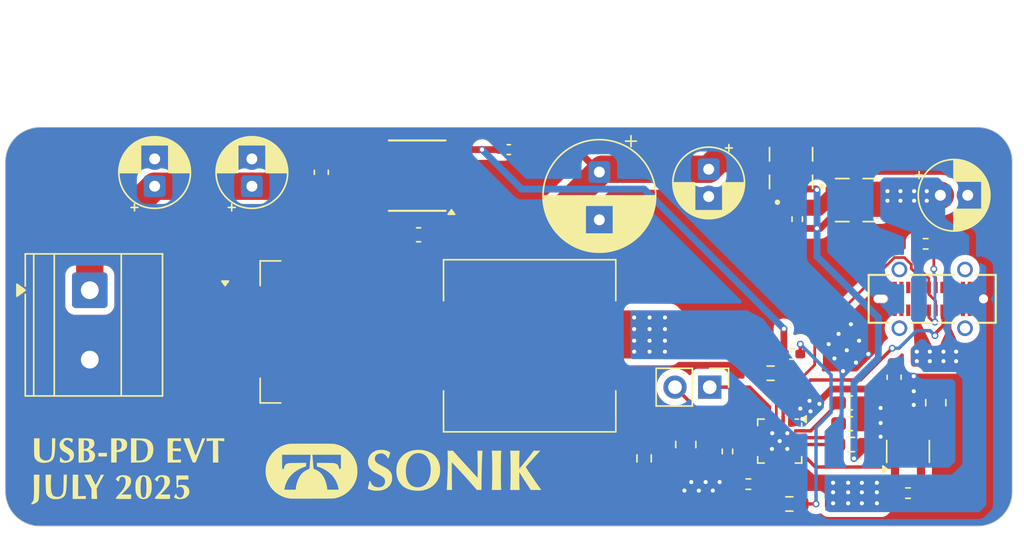
<source format=kicad_pcb>
(kicad_pcb (version 20241229) (generator "pcbnew") (generator_version "9.0")
  (layers (0 "F.Cu" signal) (2 "B.Cu" signal) (13 "F.Paste" user) (15 "B.Paste" user) (5 "F.SilkS" user "F.Silkscreen") (7 "B.SilkS" user "B.Silkscreen") (1 "F.Mask" user) (3 "B.Mask" user) (25 "Edge.Cuts" user))
  (net 0 "")
  (net 1 "GND")
  (net 2 "Net-(J1-Pin_1)")
  (net 3 "Net-(D1-K)")
  (net 4 "Net-(U1-BOOT)")
  (net 5 "Net-(U1-FB)")
  (net 6 "Net-(Q1-S)")
  (net 7 "Net-(U2-VREG_1V2)")
  (net 8 "Net-(U2-VREG_2V7)")
  (net 9 "/VBUS")
  (net 10 "Net-(J2-Pin_1)")
  (net 11 "Net-(J2-Pin_2)")
  (net 12 "/D+")
  (net 13 "/CC1")
  (net 16 "/CC2")
  (net 18 "/D-")
  (net 26 "Net-(Q1-D)")
  (net 27 "Net-(Q1-G)")
  (net 28 "Net-(Q2-Pad1)")
  (net 29 "Net-(Q2-Pad4)")
  (net 30 "Net-(U2-SEL_PDO5)")
  (net 31 "Net-(U2-SEL_PDO4)")
  (net 32 "Net-(U2-SEL_PDO3)")
  (net 33 "Net-(U2-SEL_PDO2)")
  (net 34 "Net-(U2-ADDR0)")
  (net 35 "Net-(U2-VBUS_EN_SRC)")
  (footprint "Connector_PinHeader_2.54mm:PinHeader_1x02_P2.54mm_Vertical" (layer "F.Cu") (at 146.775 71.1 -90)
    (property "Reference" "J2")
    (property "Value" "Conn_01x02_Pin")
    (pad "1" thru_hole rect (at 0 0 270) (size 1.7 1.7) (drill 1) (layers "*.Cu" "*.Mask") (net 10 "Net-(J2-Pin_1)"))
    (pad "2" thru_hole circle (at 0 2.54 270) (size 1.7 1.7) (drill 1) (layers "*.Cu" "*.Mask") (net 11 "Net-(J2-Pin_2)"))
  )
  (footprint "PSU_EVT:8-PowerVDFN" (layer "F.Cu") (at 152.725 55.0625 90)
    (property "Reference" "Q2")
    (property "Value" "STL6P3LLH6")
    (pad "1" smd rect (at -1.525 -0.975 90) (size 0.75 0.4) (layers "F.Cu" "F.Mask" "F.Paste") (net 28 "Net-(Q2-Pad1)"))
    (pad "2" smd rect (at -1.525 -0.325 90) (size 0.75 0.4) (layers "F.Cu" "F.Mask" "F.Paste") (net 28 "Net-(Q2-Pad1)"))
    (pad "3" smd rect (at -1.525 0.325 90) (size 0.75 0.4) (layers "F.Cu" "F.Mask" "F.Paste") (net 28 "Net-(Q2-Pad1)"))
    (pad "4" smd rect (at -1.525 0.975 90) (size 0.75 0.4) (layers "F.Cu" "F.Mask" "F.Paste") (net 29 "Net-(Q2-Pad4)"))
    (pad "5_8" smd custom (at 0.7 0 90) (size 2.4 2.45) (layers "F.Cu") (net 6 "Net-(Q1-S)") (options (clearance outline) (anchor rect)) (primitives (gr_poly (pts (xy -1.2 -1.225) (xy -1.2 1.225) (xy -0.9 1.225) (xy -0.9 1.755) (xy -0.5 1.755) (xy -0.5 1.225) (xy 1.2 1.225) (xy 1.2 -1.225) (xy -0.5 -1.225) (xy -0.5 -1.755) (xy -0.9 -1.755) (xy -0.9 -1.225)) (width 0.01) (fill yes))))
  )
  (footprint "Resistor_SMD:R_0805_2012Metric_Pad1.20x1.40mm_HandSolder" (layer "F.Cu") (at 145.024 75.3 90)
    (property "Reference" "R6")
    (property "Value" "33k")
    (pad "1" smd roundrect (at -1 0 90) (size 1.2 1.4) (layers "F.Cu" "F.Mask" "F.Paste") (roundrect_rratio 0.208333) (net 33 "Net-(U2-SEL_PDO2)"))
    (pad "2" smd roundrect (at 1 0 90) (size 1.2 1.4) (layers "F.Cu" "F.Mask" "F.Paste") (roundrect_rratio 0.208333) (net 1 "GND"))
  )
  (footprint "Package_TO_SOT_SMD:SOT-23-3" (layer "F.Cu") (at 161.28 75.808 90)
    (property "Reference" "Q1")
    (property "Value" "STR2P3LLH6")
    (pad "1" smd roundrect (at -1.1375 -0.95 90) (size 1.325 0.6) (layers "F.Cu" "F.Mask" "F.Paste") (net 27 "Net-(Q1-G)"))
    (pad "2" smd roundrect (at -1.1375 0.95 90) (size 1.325 0.6) (layers "F.Cu" "F.Mask" "F.Paste") (net 6 "Net-(Q1-S)"))
    (pad "3" smd roundrect (at 1.1375 0 90) (size 1.325 0.6) (layers "F.Cu" "F.Mask" "F.Paste") (net 26 "Net-(Q1-D)"))
  )
  (footprint "Resistor_SMD:R_0603_1608Metric_Pad0.98x0.95mm_HandSolder" (layer "F.Cu") (at 152.6 79.65275 180)
    (property "Reference" "R3")
    (property "Value" "4k7")
    (pad "1" smd roundrect (at -0.9125 0 180) (size 0.975 0.95) (layers "F.Cu" "F.Mask" "F.Paste") (net 30 "Net-(U2-SEL_PDO5)"))
    (pad "2" smd roundrect (at 0.9125 0 180) (size 0.975 0.95) (layers "F.Cu" "F.Mask" "F.Paste") (net 31 "Net-(U2-SEL_PDO4)"))
  )
  (footprint "Capacitor_THT:CP_Radial_D5.0mm_P2.00mm" (layer "F.Cu") (at 106.172 56.388 90)
    (property "Reference" "C1")
    (property "Value" "10u")
    (pad "1" thru_hole roundrect (at 0 0 90) (size 1.6 1.6) (drill 0.8) (layers "*.Cu" "*.Mask") (roundrect_rratio 0.15625) (net 2 "Net-(J1-Pin_1)"))
    (pad "2" thru_hole circle (at 2 0 90) (size 1.6 1.6) (drill 0.8) (layers "*.Cu" "*.Mask") (net 1 "GND"))
  )
  (footprint "Capacitor_THT:CP_Radial_D5.0mm_P2.00mm" (layer "F.Cu") (at 146.7 55.144888 -90)
    (property "Reference" "C7")
    (property "Value" "10u")
    (pad "1" thru_hole roundrect (at 0 0 270) (size 1.6 1.6) (drill 0.8) (layers "*.Cu" "*.Mask") (roundrect_rratio 0.15625) (net 6 "Net-(Q1-S)"))
    (pad "2" thru_hole circle (at 2 0 270) (size 1.6 1.6) (drill 0.8) (layers "*.Cu" "*.Mask") (net 1 "GND"))
  )
  (footprint "Capacitor_SMD:C_0603_1608Metric_Pad1.08x0.95mm_HandSolder" (layer "F.Cu") (at 160.264 70.3735 -90)
    (property "Reference" "C8")
    (property "Value" "1u")
    (pad "1" smd roundrect (at -0.8625 0 270) (size 1.075 0.95) (layers "F.Cu" "F.Mask" "F.Paste") (net 1 "GND"))
    (pad "2" smd roundrect (at 0.8625 0 270) (size 1.075 0.95) (layers "F.Cu" "F.Mask" "F.Paste") (net 6 "Net-(Q1-S)"))
  )
  (footprint "Resistor_SMD:R_0805_2012Metric_Pad1.20x1.40mm_HandSolder" (layer "F.Cu") (at 163.312 72.236 90)
    (property "Reference" "R8")
    (property "Value" "820")
    (pad "1" smd roundrect (at -1 0 90) (size 1.2 1.4) (layers "F.Cu" "F.Mask" "F.Paste") (roundrect_rratio 0.208333) (net 26 "Net-(Q1-D)"))
    (pad "2" smd roundrect (at 1 0 90) (size 1.2 1.4) (layers "F.Cu" "F.Mask" "F.Paste") (roundrect_rratio 0.208333) (net 1 "GND"))
  )
  (footprint "Capacitor_THT:CP_Radial_D5.0mm_P2.00mm" (layer "F.Cu") (at 113.284 56.388 90)
    (property "Reference" "C2")
    (property "Value" "10u")
    (pad "1" thru_hole roundrect (at 0 0 90) (size 1.6 1.6) (drill 0.8) (layers "*.Cu" "*.Mask") (roundrect_rratio 0.15625) (net 2 "Net-(J1-Pin_1)"))
    (pad "2" thru_hole circle (at 2 0 90) (size 1.6 1.6) (drill 0.8) (layers "*.Cu" "*.Mask") (net 1 "GND"))
  )
  (footprint "Package_DFN_QFN:QFN-16-1EP_3x3mm_P0.5mm_EP1.7x1.7mm" (layer "F.Cu") (at 151.894 75.05 -90)
    (property "Reference" "U2")
    (property "Value" "STUSB4710")
    (pad "1" smd roundrect (at -1.4625 -0.75 270) (size 0.825 0.25) (layers "F.Cu" "F.Mask" "F.Paste") (net 6 "Net-(Q1-S)"))
    (pad "2" smd roundrect (at -1.4625 -0.25 270) (size 0.825 0.25) (layers "F.Cu" "F.Mask" "F.Paste") (net 13 "/CC1"))
    (pad "3" smd roundrect (at -1.4625 0.25 270) (size 0.825 0.25) (layers "F.Cu" "F.Mask" "F.Paste") (net 16 "/CC2"))
    (pad "4" smd roundrect (at -1.4625 0.75 270) (size 0.825 0.25) (layers "F.Cu" "F.Mask" "F.Paste") (net 10 "Net-(J2-Pin_1)"))
    (pad "5" smd roundrect (at -0.75 1.4625 270) (size 0.25 0.825) (layers "F.Cu" "F.Mask" "F.Paste") (net 11 "Net-(J2-Pin_2)"))
    (pad "6" smd roundrect (at -0.25 1.4625 270) (size 0.25 0.825) (layers "F.Cu" "F.Mask" "F.Paste") (net 1 "GND"))
    (pad "7" smd roundrect (at 0.25 1.4625 270) (size 0.25 0.825) (layers "F.Cu" "F.Mask" "F.Paste") (net 32 "Net-(U2-SEL_PDO3)"))
    (pad "8" smd roundrect (at 0.75 1.4625 270) (size 0.25 0.825) (layers "F.Cu" "F.Mask" "F.Paste") (net 33 "Net-(U2-SEL_PDO2)"))
    (pad "9" smd roundrect (at 1.4625 0.75 270) (size 0.825 0.25) (layers "F.Cu" "F.Mask" "F.Paste") (net 34 "Net-(U2-ADDR0)"))
    (pad "10" smd roundrect (at 1.4625 0.25 270) (size 0.825 0.25) (layers "F.Cu" "F.Mask" "F.Paste") (net 31 "Net-(U2-SEL_PDO4)"))
    (pad "11" smd roundrect (at 1.4625 -0.25 270) (size 0.825 0.25) (layers "F.Cu" "F.Mask" "F.Paste") (net 30 "Net-(U2-SEL_PDO5)"))
    (pad "12" smd roundrect (at 1.4625 -0.75 270) (size 0.825 0.25) (layers "F.Cu" "F.Mask" "F.Paste") (net 9 "/VBUS"))
    (pad "13" smd roundrect (at 0.75 -1.4625 270) (size 0.25 0.825) (layers "F.Cu" "F.Mask" "F.Paste") (net 27 "Net-(Q1-G)"))
    (pad "14" smd roundrect (at 0.25 -1.4625 270) (size 0.25 0.825) (layers "F.Cu" "F.Mask" "F.Paste") (net 35 "Net-(U2-VBUS_EN_SRC)"))
    (pad "15" smd roundrect (at -0.25 -1.4625 270) (size 0.25 0.825) (layers "F.Cu" "F.Mask" "F.Paste") (net 7 "Net-(U2-VREG_1V2)"))
    (pad "16" smd roundrect (at -0.75 -1.4625 270) (size 0.25 0.825) (layers "F.Cu" "F.Mask" "F.Paste") (net 8 "Net-(U2-VREG_2V7)"))
    (pad "17" smd rect (at 0 0 270) (size 1.7 1.7) (property pad_prop_heatsink) (layers "F.Cu" "F.Mask") (net 1 "GND"))
  )
  (footprint "Capacitor_SMD:C_0603_1608Metric_Pad1.08x0.95mm_HandSolder" (layer "F.Cu") (at 157.0625 73.776 180)
    (property "Reference" "C9")
    (property "Value" "1u")
    (pad "1" smd roundrect (at -0.8625 0 180) (size 1.075 0.95) (layers "F.Cu" "F.Mask" "F.Paste") (net 1 "GND"))
    (pad "2" smd roundrect (at 0.8625 0 180) (size 1.075 0.95) (layers "F.Cu" "F.Mask" "F.Paste") (net 7 "Net-(U2-VREG_1V2)"))
  )
  (footprint "PSU_EVT:CONN_12402032E202A_AMP" (layer "F.Cu") (at 163.050001 64.635 180)
    (property "Reference" "J3" (hide yes))
    (property "Value" "USB-C-Port" (hide yes))
    (fp_line (start 3.9868 0.29) (end 3.5468 0.29) (stroke (width 0.05)) (layer "Edge.Cuts"))
    (fp_line (start 3.5468 -0.29) (end 3.9868 -0.29) (stroke (width 0.05)) (layer "Edge.Cuts"))
    (fp_arc (start 3.9868 -0.29) (mid 4.2768 0) (end 3.9868 0.29) (stroke (width 0.05)) (layer "Edge.Cuts"))
    (fp_arc (start 3.5468 0.29) (mid 3.2568 0) (end 3.5468 -0.29) (stroke (width 0.05)) (layer "Edge.Cuts"))
    (pad "" np_thru_hole circle (at -3.75 0 180) (size 0.6604 0.6604) (drill 0.6604) (layers "*.Cu" "*.Mask"))
    (pad "25" thru_hole circle (at -2.4 -2.15 180) (size 1.143 1.143) (drill 0.762) (layers "*.Cu" "*.Mask"))
    (pad "26" thru_hole circle (at 2.4 -2.15 180) (size 1.143 1.143) (drill 0.762) (layers "*.Cu" "*.Mask"))
    (pad "27" thru_hole circle (at -2.4 2.15 180) (size 1.143 1.143) (drill 0.762) (layers "*.Cu" "*.Mask"))
    (pad "28" thru_hole circle (at 2.4 2.15 180) (size 1.143 1.143) (drill 0.762) (layers "*.Cu" "*.Mask"))
    (pad "A1" smd rect (at -2.75 -0.835 180) (size 0.3048 0.8382) (layers "F.Cu" "F.Mask" "F.Paste") (net 1 "GND"))
    (pad "A2" smd rect (at -2.250001 -0.835 180) (size 0.3048 0.8382) (layers "F.Cu" "F.Mask" "F.Paste"))
    (pad "A3" smd rect (at -1.749999 -0.835 180) (size 0.3048 0.8382) (layers "F.Cu" "F.Mask" "F.Paste"))
    (pad "A4" smd rect (at -1.25 -0.835 180) (size 0.3048 0.8382) (layers "F.Cu" "F.Mask" "F.Paste") (net 9 "/VBUS"))
    (pad "A5" smd rect (at -0.750001 -0.835 180) (size 0.3048 0.8382) (layers "F.Cu" "F.Mask" "F.Paste") (net 13 "/CC1"))
    (pad "A6" smd rect (at -0.25 -0.835 180) (size 0.3048 0.8382) (layers "F.Cu" "F.Mask" "F.Paste") (net 12 "/D+"))
    (pad "A7" smd rect (at 0.25 -0.835 180) (size 0.3048 0.8382) (layers "F.Cu" "F.Mask" "F.Paste") (net 18 "/D-"))
    (pad "A8" smd rect (at 0.750001 -0.835 180) (size 0.3048 0.8382) (layers "F.Cu" "F.Mask" "F.Paste"))
    (pad "A9" smd rect (at 1.25 -0.835 180) (size 0.3048 0.8382) (layers "F.Cu" "F.Mask" "F.Paste") (net 9 "/VBUS"))
    (pad "A10" smd rect (at 1.749999 -0.835 180) (size 0.3048 0.8382) (layers "F.Cu" "F.Mask" "F.Paste"))
    (pad "A11" smd rect (at 2.250001 -0.835 180) (size 0.3048 0.8382) (layers "F.Cu" "F.Mask" "F.Paste"))
    (pad "A12" smd rect (at 2.75 -0.835 180) (size 0.3048 0.8382) (layers "F.Cu" "F.Mask" "F.Paste") (net 1 "GND"))
    (pad "B1" smd rect (at 2.75 0.835 180) (size 0.3048 0.8382) (layers "F.Cu" "F.Mask" "F.Paste") (net 1 "GND"))
    (pad "B2" smd rect (at 2.250001 0.835 180) (size 0.3048 0.8382) (layers "F.Cu" "F.Mask" "F.Paste"))
    (pad "B3" smd rect (at 1.749999 0.835 180) (size 0.3048 0.8382) (layers "F.Cu" "F.Mask" "F.Paste"))
    (pad "B4" smd rect (at 1.25 0.835 180) (size 0.3048 0.8382) (layers "F.Cu" "F.Mask" "F.Paste") (net 9 "/VBUS"))
    (pad "B5" smd rect (at 0.750001 0.835 180) (size 0.3048 0.8382) (layers "F.Cu" "F.Mask" "F.Paste") (net 16 "/CC2"))
    (pad "B6" smd rect (at 0.25 0.835 180) (size 0.3048 0.8382) (layers "F.Cu" "F.Mask" "F.Paste") (net 12 "/D+"))
    (pad "B7" smd rect (at -0.25 0.835 180) (size 0.3048 0.8382) (layers "F.Cu" "F.Mask" "F.Paste") (net 18 "/D-"))
    (pad "B8" smd rect (at -0.750001 0.835 180) (size 0.3048 0.8382) (layers "F.Cu" "F.Mask" "F.Paste"))
    (pad "B9" smd rect (at -1.25 0.835 180) (size 0.3048 0.8382) (layers "F.Cu" "F.Mask" "F.Paste") (net 9 "/VBUS"))
    (pad "B10" smd rect (at -1.749999 0.835 180) (size 0.3048 0.8382) (layers "F.Cu" "F.Mask" "F.Paste"))
    (pad "B11" smd rect (at -2.250001 0.835 180) (size 0.3048 0.8382) (layers "F.Cu" "F.Mask" "F.Paste"))
    (pad "B12" smd rect (at -2.75 0.835 180) (size 0.3048 0.8382) (layers "F.Cu" "F.Mask" "F.Paste") (net 1 "GND"))
  )
  (footprint "Package_SO:TI_SO-PowerPAD-8" (layer "F.Cu") (at 125.3815 55.613 180)
    (property "Reference" "U1")
    (property "Value" "ST1S14PHR")
    (pad "1" smd rect (at -2.78 -1.905 180) (size 1.91 0.61) (layers "F.Cu" "F.Mask" "F.Paste") (net 4 "Net-(U1-BOOT)"))
    (pad "2" smd rect (at -2.78 -0.635 180) (size 1.91 0.61) (layers "F.Cu" "F.Mask" "F.Paste"))
    (pad "3" smd rect (at -2.78 0.635 180) (size 1.91 0.61) (layers "F.Cu" "F.Mask" "F.Paste") (net 1 "GND"))
    (pad "4" smd rect (at -2.78 1.905 180) (size 1.91 0.61) (layers "F.Cu" "F.Mask" "F.Paste") (net 5 "Net-(U1-FB)"))
    (pad "5" smd rect (at 2.78 1.905 180) (size 1.91 0.61) (layers "F.Cu" "F.Mask" "F.Paste") (net 2 "Net-(J1-Pin_1)"))
    (pad "6" smd rect (at 2.78 0.635 180) (size 1.91 0.61) (layers "F.Cu" "F.Mask" "F.Paste") (net 1 "GND"))
    (pad "7" smd rect (at 2.78 -0.635 180) (size 1.91 0.61) (layers "F.Cu" "F.Mask" "F.Paste") (net 2 "Net-(J1-Pin_1)"))
    (pad "8" smd rect (at 2.78 -1.905 180) (size 1.91 0.61) (layers "F.Cu" "F.Mask" "F.Paste") (net 3 "Net-(D1-K)"))
    (pad "9" smd rect (at -0.6025 -0.775 180) (size 1.205 1.55) (layers "F.Cu" "F.Mask" "F.Paste") (net 1 "GND"))
    (pad "9" smd rect (at -0.6025 0.775 180) (size 1.205 1.55) (layers "F.Cu" "F.Mask" "F.Paste") (net 1 "GND"))
    (pad "9" smd rect (at 0.6025 -0.775 180) (size 1.205 1.55) (layers "F.Cu" "F.Mask" "F.Paste") (net 1 "GND"))
    (pad "9" smd rect (at 0.6025 0.775 180) (size 1.205 1.55) (layers "F.Cu" "F.Mask" "F.Paste") (net 1 "GND"))
  )
  (footprint "Capacitor_SMD:C_0402_1005Metric_Pad0.74x0.62mm_HandSolder" (layer "F.Cu") (at 132.08 53.708)
    (property "Reference" "C5")
    (property "Value" "100p")
    (pad "1" smd roundrect (at -0.5675 0) (size 0.735 0.62) (layers "F.Cu" "F.Mask" "F.Paste") (net 5 "Net-(U1-FB)"))
    (pad "2" smd roundrect (at 0.5675 0) (size 0.735 0.62) (layers "F.Cu" "F.Mask" "F.Paste") (net 6 "Net-(Q1-S)"))
  )
  (footprint "Resistor_SMD:R_0402_1005Metric_Pad0.72x0.64mm_HandSolder" (layer "F.Cu") (at 153.175 58.8 -90)
    (property "Reference" "R10")
    (property "Value" "10k")
    (pad "1" smd roundrect (at -0.5975 0 270) (size 0.715 0.64) (layers "F.Cu" "F.Mask" "F.Paste") (net 28 "Net-(Q2-Pad1)"))
    (pad "2" smd roundrect (at 0.5975 0 270) (size 0.715 0.64) (layers "F.Cu" "F.Mask" "F.Paste") (net 29 "Net-(Q2-Pad4)"))
  )
  (footprint "Resistor_SMD:R_0402_1005Metric_Pad0.72x0.64mm_HandSolder" (layer "F.Cu") (at 162.5701 60.605299)
    (property "Reference" "R12")
    (property "Value" "100")
    (pad "1" smd roundrect (at -0.5975 0) (size 0.715 0.64) (layers "F.Cu" "F.Mask" "F.Paste") (net 12 "/D+"))
    (pad "2" smd roundrect (at 0.5975 0) (size 0.715 0.64) (layers "F.Cu" "F.Mask" "F.Paste") (net 18 "/D-"))
  )
  (footprint "Capacitor_SMD:C_0603_1608Metric_Pad1.08x0.95mm_HandSolder" (layer "F.Cu") (at 157.0625 72.252 180)
    (property "Reference" "C10")
    (property "Value" "1u")
    (pad "1" smd roundrect (at -0.8625 0 180) (size 1.075 0.95) (layers "F.Cu" "F.Mask" "F.Paste") (net 1 "GND"))
    (pad "2" smd roundrect (at 0.8625 0 180) (size 1.075 0.95) (layers "F.Cu" "F.Mask" "F.Paste") (net 8 "Net-(U2-VREG_2V7)"))
  )
  (footprint "Resistor_SMD:R_0402_1005Metric_Pad0.72x0.64mm_HandSolder" (layer "F.Cu") (at 161.28 78.856 180)
    (property "Reference" "R9")
    (property "Value" "10k")
    (pad "1" smd roundrect (at -0.5975 0 180) (size 0.715 0.64) (layers "F.Cu" "F.Mask" "F.Paste") (net 6 "Net-(Q1-S)"))
    (pad "2" smd roundrect (at 0.5975 0 180) (size 0.715 0.64) (layers "F.Cu" "F.Mask" "F.Paste") (net 27 "Net-(Q1-G)"))
  )
  (footprint "Resistor_SMD:R_0603_1608Metric_Pad0.98x0.95mm_HandSolder" (layer "F.Cu") (at 141.976 76.316 90)
    (property "Reference" "R4")
    (property "Value" "4k87")
    (pad "1" smd roundrect (at -0.9125 0 90) (size 0.975 0.95) (layers "F.Cu" "F.Mask" "F.Paste") (net 31 "Net-(U2-SEL_PDO4)"))
    (pad "2" smd roundrect (at 0.9125 0 90) (size 0.975 0.95) (layers "F.Cu" "F.Mask" "F.Paste") (net 32 "Net-(U2-SEL_PDO3)"))
  )
  (footprint "Resistor_SMD:R_0402_1005Metric_Pad0.72x0.64mm_HandSolder" (layer "F.Cu") (at 152.8 68.675)
    (property "Reference" "R2")
    (property "Value" "13k")
    (pad "1" smd roundrect (at -0.5975 0) (size 0.715 0.64) (layers "F.Cu" "F.Mask" "F.Paste") (net 5 "Net-(U1-FB)"))
    (pad "2" smd roundrect (at 0.5975 0) (size 0.715 0.64) (layers "F.Cu" "F.Mask" "F.Paste") (net 30 "Net-(U2-SEL_PDO5)"))
  )
  (footprint "Inductor_SMD:L_12x12mm_H6mm" (layer "F.Cu") (at 133.604 68.072)
    (property "Reference" "L1")
    (property "Value" "68uH")
    (pad "1" smd rect (at -4.95 0) (size 2.9 5.4) (layers "F.Cu" "F.Mask" "F.Paste") (net 3 "Net-(D1-K)"))
    (pad "2" smd rect (at 4.95 0) (size 2.9 5.4) (layers "F.Cu" "F.Mask" "F.Paste") (net 6 "Net-(Q1-S)"))
  )
  (footprint "Capacitor_THT:CP_Radial_D5.0mm_P2.00mm" (layer "F.Cu") (at 163.646988 57.049299)
    (property "Reference" "C11")
    (property "Value" "10u")
    (pad "1" thru_hole roundrect (at 0 0) (size 1.6 1.6) (drill 0.8) (layers "*.Cu" "*.Mask") (roundrect_rratio 0.15625) (net 9 "/VBUS"))
    (pad "2" thru_hole circle (at 2 0) (size 1.6 1.6) (drill 0.8) (layers "*.Cu" "*.Mask") (net 1 "GND"))
  )
  (footprint "LOGO" (layer "F.Cu") (at 111.855776 77.257916)
    (property "Reference" "G***")
    (property "Value" "LOGO" (hide yes))
  )
  (footprint "TerminalBlock_Phoenix:TerminalBlock_Phoenix_MKDS-1,5-2-5.08_1x02_P5.08mm_Horizontal" (layer "F.Cu") (at 101.4275 64.003 -90)
    (property "Reference" "J1")
    (property "Value" "Screw_Terminal_01x02")
    (pad "1" thru_hole roundrect (at 0 0 270) (size 2.6 2.6) (drill 1.3) (layers "*.Cu" "*.Mask") (roundrect_rratio 0.096154) (net 2 "Net-(J1-Pin_1)"))
    (pad "2" thru_hole circle (at 5.08 0 270) (size 2.6 2.6) (drill 1.3) (layers "*.Cu" "*.Mask") (net 1 "GND"))
  )
  (footprint "Capacitor_THT:CP_Radial_D8.0mm_P3.50mm" (layer "F.Cu") (at 138.7 55.347349 -90)
    (property "Reference" "C6")
    (property "Value" "220uF")
    (pad "1" thru_hole roundrect (at 0 0 270) (size 1.6 1.6) (drill 0.8) (layers "*.Cu" "*.Mask") (roundrect_rratio 0.15625) (net 6 "Net-(Q1-S)"))
    (pad "2" thru_hole circle (at 3.5 0 270) (size 1.6 1.6) (drill 0.8) (layers "*.Cu" "*.Mask") (net 1 "GND"))
  )
  (footprint "Capacitor_SMD:C_0603_1608Metric_Pad1.08x0.95mm_HandSolder" (layer "F.Cu") (at 118.364 55.372 -90)
    (property "Reference" "C3")
    (property "Value" "220n")
    (pad "1" smd roundrect (at -0.8625 0 270) (size 1.075 0.95) (layers "F.Cu" "F.Mask" "F.Paste") (net 2 "Net-(J1-Pin_1)"))
    (pad "2" smd roundrect (at 0.8625 0 270) (size 1.075 0.95) (layers "F.Cu" "F.Mask" "F.Paste") (net 1 "GND"))
  )
  (footprint "Resistor_SMD:R_0402_1005Metric_Pad0.72x0.64mm_HandSolder" (layer "F.Cu") (at 148.072 75.808 -90)
    (property "Reference" "R5")
    (property "Value" "8k66")
    (pad "1" smd roundrect (at -0.5975 0 270) (size 0.715 0.64) (layers "F.Cu" "F.Mask" "F.Paste") (net 32 "Net-(U2-SEL_PDO3)"))
    (pad "2" smd roundrect (at 0.5975 0 270) (size 0.715 0.64) (layers "F.Cu" "F.Mask" "F.Paste") (net 33 "Net-(U2-SEL_PDO2)"))
  )
  (footprint "Resistor_SMD:R_0603_1608Metric_Pad0.98x0.95mm_HandSolder" (layer "F.Cu") (at 151.228 70.079)
    (property "Reference" "R1")
    (property "Value" "200k")
    (pad "1" smd roundrect (at -0.9125 0) (size 0.975 0.95) (layers "F.Cu" "F.Mask" "F.Paste") (net 6 "Net-(Q1-S)"))
    (pad "2" smd roundrect (at 0.9125 0) (size 0.975 0.95) (layers "F.Cu" "F.Mask" "F.Paste") (net 5 "Net-(U1-FB)"))
  )
  (footprint "LOGO" (layer "F.Cu") (at 124.375 77.25)
    (property "Reference" "G***")
    (property "Value" "LOGO" (hide yes))
  )
  (footprint "PSU_EVT:8-PowerVDFN" (layer "F.Cu") (at 157.48 57.404)
    (property "Reference" "Q3")
    (property "Value" "STL6P3LLH6")
    (pad "1" smd rect (at -1.525 -0.975) (size 0.75 0.4) (layers "F.Cu" "F.Mask" "F.Paste") (net 28 "Net-(Q2-Pad1)"))
    (pad "2" smd rect (at -1.525 -0.325) (size 0.75 0.4) (layers "F.Cu" "F.Mask" "F.Paste") (net 28 "Net-(Q2-Pad1)"))
    (pad "3" smd rect (at -1.525 0.325) (size 0.75 0.4) (layers "F.Cu" "F.Mask" "F.Paste") (net 28 "Net-(Q2-Pad1)"))
    (pad "4" smd rect (at -1.525 0.975) (size 0.75 0.4) (layers "F.Cu" "F.Mask" "F.Paste") (net 29 "Net-(Q2-Pad4)"))
    (pad "5_8" smd custom (at 0.7 0) (size 2.4 2.45) (layers "F.Cu") (net 9 "/VBUS") (options (clearance outline) (anchor rect)) (primitives (gr_poly (pts (xy -1.2 -1.225) (xy -1.2 1.225) (xy -0.9 1.225) (xy -0.9 1.755) (xy -0.5 1.755) (xy -0.5 1.225) (xy 1.2 1.225) (xy 1.2 -1.225) (xy -0.5 -1.225) (xy -0.5 -1.755) (xy -0.9 -1.755) (xy -0.9 -1.225)) (width 0.01) (fill yes))))
  )
  (footprint "Package_TO_SOT_SMD:TO-263-2_TabPin1" (layer "F.Cu") (at 118.715 67.056)
    (property "Reference" "D1")
    (property "Value" "STPS5L25B")
    (pad "1" smd roundrect (at -7.65 -2.54) (size 4.6 1.1) (layers "F.Cu" "F.Mask" "F.Paste") (net 3 "Net-(D1-K)"))
    (pad "1" smd roundrect (at 1.5 0) (size 9.4 10.8) (layers "F.Cu" "F.Mask") (roundrect_rratio 0.02659574468) (net 3 "Net-(D1-K)"))
    (pad "2" smd roundrect (at -7.65 2.54) (size 4.6 1.1) (layers "F.Cu" "F.Mask" "F.Paste") (net 1 "GND"))
  )
  (footprint "Capacitor_SMD:C_0603_1608Metric_Pad1.08x0.95mm_HandSolder" (layer "F.Cu") (at 125.476 59.944)
    (property "Reference" "C4")
    (property "Value" "100n")
    (pad "1" smd roundrect (at -0.8625 0) (size 1.075 0.95) (layers "F.Cu" "F.Mask" "F.Paste") (net 3 "Net-(D1-K)"))
    (pad "2" smd roundrect (at 0.8625 0) (size 1.075 0.95) (layers "F.Cu" "F.Mask" "F.Paste") (net 4 "Net-(U1-BOOT)"))
  )
  (footprint "Resistor_SMD:R_0402_1005Metric_Pad0.72x0.64mm_HandSolder" (layer "F.Cu") (at 149.6 78.2 180)
    (property "Reference" "R7")
    (property "Value" "100k")
    (pad "1" smd roundrect (at -0.5975 0 180) (size 0.715 0.64) (layers "F.Cu" "F.Mask" "F.Paste") (net 34 "Net-(U2-ADDR0)"))
    (pad "2" smd roundrect (at 0.5975 0 180) (size 0.715 0.64) (layers "F.Cu" "F.Mask" "F.Paste") (net 1 "GND"))
  )
  (footprint "Resistor_SMD:R_0603_1608Metric_Pad0.98x0.95mm_HandSolder" (layer "F.Cu") (at 157.1125 75.3 180)
    (property "Reference" "R11")
    (property "Value" "2k2")
    (pad "1" smd roundrect (at -0.9125 0 180) (size 0.975 0.95) (layers "F.Cu" "F.Mask" "F.Paste") (net 29 "Net-(Q2-Pad4)"))
    (pad "2" smd roundrect (at 0.9125 0 180) (size 0.975 0.95) (layers "F.Cu" "F.Mask" "F.Paste") (net 35 "Net-(U2-VBUS_EN_SRC)"))
  )
  (gr_arc (start 95.25 54.61) (mid 95.993949 52.813949) (end 97.79 52.07) (stroke (width 0.05)) (layer "Edge.Cuts"))
  (gr_line (start 97.79 52.07) (end 166.37 52.07) (stroke (width 0.05)) (layer "Edge.Cuts"))
  (gr_arc (start 168.91 78.74) (mid 168.166051 80.536051) (end 166.37 81.28) (stroke (width 0.05)) (layer "Edge.Cuts"))
  (gr_arc (start 166.37 52.07) (mid 168.166051 52.813949) (end 168.91 54.61) (stroke (width 0.05)) (layer "Edge.Cuts"))
  (gr_arc (start 97.79 81.28) (mid 95.993949 80.536051) (end 95.25 78.74) (stroke (width 0.05)) (layer "Edge.Cuts"))
  (gr_line (start 168.91 54.61) (end 168.91 78.74) (stroke (width 0.05)) (layer "Edge.Cuts"))
  (gr_line (start 166.37 81.28) (end 97.79 81.28) (stroke (width 0.05)) (layer "Edge.Cuts"))
  (gr_line (start 95.25 78.74) (end 95.25 54.61) (stroke (width 0.05)) (layer "Edge.Cuts"))
  (segment (start 151.644 74.8) (end 151.894 75.05) (width 0.25) (layer "F.Cu") (net 1))
  (segment (start 150.4315 74.8) (end 151.644 74.8) (width 0.25) (layer "F.Cu") (net 1))
  (segment (start 165.800001 63.8) (end 165.800001 65.47) (width 0.25) (layer "F.Cu") (net 1))
  (segment (start 160.300001 63.8) (end 160.300001 65.47) (width 0.25) (layer "F.Cu") (net 1))
  (segment (start 149.575 74.8) (end 149 74.225) (width 0.25) (layer "F.Cu") (net 1))
  (segment (start 150.4315 74.8) (end 149.575 74.8) (width 0.25) (layer "F.Cu") (net 1))
  (via (at 145.975 78.675) (size 0.5) (drill 0.3) (layers "F.Cu" "B.Cu") (net 1))
  (via (at 157.7 67.7) (size 0.5) (drill 0.3) (layers "F.Cu" "B.Cu") (net 1))
  (via (at 144.925 78.675) (size 0.5) (drill 0.3) (layers "F.Cu" "B.Cu") (net 1))
  (via (at 155.9 69) (size 0.5) (drill 0.3) (layers "F.Cu" "B.Cu") (net 1))
  (via (at 159.275 73.725) (size 0.5) (drill 0.3) (layers "F.Cu" "B.Cu") (net 1))
  (via (at 156.525 69.925) (size 0.5) (drill 0.3) (layers "F.Cu" "B.Cu") (net 1))
  (via (at 161.7 71.4) (size 0.5) (drill 0.3) (layers "F.Cu" "B.Cu") (net 1))
  (via (at 157.1 66.5) (size 0.5) (drill 0.3) (layers "F.Cu" "B.Cu") (net 1))
  (via (at 151.894 75.05) (size 0.5) (drill 0.3) (layers "F.Cu" "B.Cu") (net 1))
  (via (at 147.5 78.05) (size 0.5) (drill 0.3) (layers "F.Cu" "B.Cu") (net 1))
  (via (at 155.475 67.95) (size 0.5) (drill 0.3) (layers "F.Cu" "B.Cu") (net 1))
  (via (at 157.475 69.3) (size 0.5) (drill 0.3) (layers "F.Cu" "B.Cu") (net 1))
  (via (at 151.35 74.475) (size 0.5) (drill 0.3) (layers "F.Cu" "B.Cu") (net 1))
  (via (at 151.325 75.625) (size 0.5) (drill 0.3) (layers "F.Cu" "B.Cu") (net 1))
  (via (at 156.2 67.2) (size 0.5) (drill 0.3) (layers "F.Cu" "B.Cu") (net 1))
  (via (at 152.45 75.625) (size 0.5) (drill 0.3) (layers "F.Cu" "B.Cu") (net 1))
  (via (at 159.275 74.725) (size 0.5) (drill 0.3) (layers "F.Cu" "B.Cu") (net 1))
  (via (at 159.275 72.625) (size 0.5) (drill 0.3) (layers "F.Cu" "B.Cu") (net 1))
  (via (at 145.425 78.05) (size 0.5) (drill 0.3) (layers "F.Cu" "B.Cu") (net 1))
  (via (at 156.8 68.4) (size 0.5) (drill 0.3) (layers "F.Cu" "B.Cu") (net 1))
  (via (at 146.475 78.05) (size 0.5) (drill 0.3) (layers "F.Cu" "B.Cu") (net 1))
  (via (at 147 78.675) (size 0.5) (drill 0.3) (layers "F.Cu" "B.Cu") (net 1))
  (via (at 161.7 70.3) (size 0.5) (drill 0.3) (layers "F.Cu" "B.Cu") (net 1))
  (via (at 152.45 74.475) (size 0.5) (drill 0.3) (layers "F.Cu" "B.Cu") (net 1))
  (via (at 161.7 72.4) (size 0.5) (drill 0.3) (layers "F.Cu" "B.Cu") (net 1))
  (via (at 158.375 68.675) (size 0.5) (drill 0.3) (layers "F.Cu" "B.Cu") (net 1))
  (segment (start 122.6015 56.248) (end 121.9515 56.248) (width 0.5) (layer "F.Cu") (net 2))
  (segment (start 115.632074 56.388) (end 117.524074 54.496) (width 2) (layer "F.Cu") (net 2))
  (segment (start 101.4275 64.003) (end 101.4275 61.1325) (width 2) (layer "F.Cu") (net 2))
  (segment (start 120.1995 54.496) (end 117.524074 54.496) (width 0.5) (layer "F.Cu") (net 2))
  (segment (start 106.172 56.388) (end 113.284 56.388) (width 2) (layer "F.Cu") (net 2))
  (segment (start 101.4275 61.1325) (end 106.172 56.388) (width 2) (layer "F.Cu") (net 2))
  (segment (start 121.9515 56.248) (end 120.1995 54.496) (width 0.5) (layer "F.Cu") (net 2))
  (segment (start 113.284 56.388) (end 115.632074 56.388) (width 2) (layer "F.Cu") (net 2))
  (segment (start 122.6015 57.518) (end 122.6015 57.932) (width 0.5) (layer "F.Cu") (net 3))
  (segment (start 117.675 64.516) (end 120.215 67.056) (width 2) (layer "F.Cu") (net 3))
  (segment (start 111.065 64.516) (end 117.675 64.516) (width 2) (layer "F.Cu") (net 3))
  (segment (start 122.6015 57.932) (end 124.6135 59.944) (width 0.5) (layer "F.Cu") (net 3))
  (segment (start 128.1615 57.518) (end 128.1615 58.121) (width 0.5) (layer "F.Cu") (net 4))
  (segment (start 128.1615 58.121) (end 126.3385 59.944) (width 0.5) (layer "F.Cu") (net 4))
  (segment (start 152.2 66.825) (end 152.2 68.6725) (width 0.5) (layer "F.Cu") (net 5))
  (segment (start 152.23 69.9895) (end 152.1405 70.079) (width 0.25) (layer "F.Cu") (net 5))
  (segment (start 152.2025 70.017) (end 152.1405 70.079) (width 0.5) (layer "F.Cu") (net 5))
  (segment (start 152.2 68.6725) (end 152.2025 68.675) (width 0.5) (layer "F.Cu") (net 5))
  (segment (start 130.125 53.708) (end 131.5125 53.708) (width 0.5) (layer "F.Cu") (net 5))
  (segment (start 152.2025 68.675) (end 152.2025 70.017) (width 0.5) (layer "F.Cu") (net 5))
  (segment (start 128.1615 53.708) (end 130.125 53.708) (width 0.5) (layer "F.Cu") (net 5))
  (via (at 130.125 53.708) (size 0.5) (drill 0.3) (layers "F.Cu" "B.Cu") (net 5))
  (via (at 152.2 66.825) (size 0.5) (drill 0.3) (layers "F.Cu" "B.Cu") (net 5))
  (segment (start 133.015349 56.598349) (end 130.125 53.708) (width 0.5) (layer "B.Cu") (net 5))
  (segment (start 152.2 66.825) (end 141.973349 56.598349) (width 0.5) (layer "B.Cu") (net 5))
  (segment (start 141.973349 56.598349) (end 133.015349 56.598349) (width 0.5) (layer "B.Cu") (net 5))
  (segment (start 147.482388 54.3625) (end 152.725 54.3625) (width 2) (layer "F.Cu") (net 6))
  (segment (start 138.903461 55.143888) (end 146.7 55.143888) (width 2) (layer "F.Cu") (net 6))
  (segment (start 138.554 68.072) (end 136 65.518) (width 2) (layer "F.Cu") (net 6))
  (segment (start 132.6475 53.708) (end 137.060651 53.708) (width 0.5) (layer "F.Cu") (net 6))
  (segment (start 160.264 74.994322) (end 162.215178 76.9455) (width 0.25) (layer "F.Cu") (net 6))
  (segment (start 150.3155 70.079) (end 148.7365 68.5) (width 0.5) (layer "F.Cu") (net 6))
  (segment (start 146.7 55.144888) (end 147.482388 54.3625) (width 2) (layer "F.Cu") (net 6))
  (segment (start 148.7365 68.5) (end 143.5 68.5) (width 0.5) (layer "F.Cu") (net 6))
  (segment (start 160.264 71.236) (end 160.264 74.994322) (width 0.25) (layer "F.Cu") (net 6))
  (segment (start 162.215178 76.9455) (end 162.23 76.9455) (width 0.25) (layer "F.Cu") (net 6))
  (segment (start 162.23 76.9455) (end 162.23 78.5035) (width 0.25) (layer "F.Cu") (net 6))
  (segment (start 154.8 72.325) (end 154.8 72.134234) (width 0.5) (layer "F.Cu") (net 6))
  (segment (start 136 58.047349) (end 138.7 55.347349) (width 2) (layer "F.Cu") (net 6))
  (segment (start 154.8 72.134234) (end 155.698234 71.236) (width 0.5) (layer "F.Cu") (net 6))
  (segment (start 137.060651 53.708) (end 138.7 55.347349) (width 0.5) (layer "F.Cu") (net 6))
  (segment (start 162.23 78.5035) (end 161.8775 78.856) (width 0.25) (layer "F.Cu") (net 6))
  (segment (start 155.698234 71.236) (end 160.264 71.236) (width 0.5) (layer "F.Cu") (net 6))
  (segment (start 136 65.518) (end 136 58.047349) (width 2) (layer "F.Cu") (net 6))
  (segment (start 138.7 55.347349) (end 138.903461 55.143888) (width 2) (layer "F.Cu") (net 6))
  (via (at 142.375 67.7) (size 0.5) (drill 0.3) (layers "F.Cu" "B.Cu") (net 6))
  (via (at 141.25 66.85) (size 0.5) (drill 0.3) (layers "F.Cu" "B.Cu") (net 6))
  (via (at 153.4 72.675) (size 0.5) (drill 0.3) (layers "F.Cu" "B.Cu") (net 6))
  (via (at 154.075 72.1) (size 0.5) (drill 0.3) (layers "F.Cu" "B.Cu") (net 6))
  (via (at 143.5 66.85) (size 0.5) (drill 0.3) (layers "F.Cu" "B.Cu") (net 6))
  (via (at 142.375 66.85) (size 0.5) (drill 0.3) (layers "F.Cu" "B.Cu") (net 6))
  (via (at 153.55 73.425) (size 0.5) (drill 0.3) (layers "F.Cu" "B.Cu") (net 6))
  (via (at 143.5 66) (size 0.5) (drill 0.3) (layers "F.Cu" "B.Cu") (net 6))
  (via (at 142.375 68.5) (size 0.5) (drill 0.3) (layers "F.Cu" "B.Cu") (net 6))
  (via (at 154.8 72.325) (size 0.5) (drill 0.3) (layers "F.Cu" "B.Cu") (net 6))
  (via (at 142.375 66) (size 0.5) (drill 0.3) (layers "F.Cu" "B.Cu") (net 6))
  (via (at 141.25 66) (size 0.5) (drill 0.3) (layers "F.Cu" "B.Cu") (net 6))
  (via (at 141.25 67.7) (size 0.5) (drill 0.3) (layers "F.Cu" "B.Cu") (net 6))
  (via (at 143.5 68.5) (size 0.5) (drill 0.3) (layers "F.Cu" "B.Cu") (net 6))
  (via (at 143.5 67.7) (size 0.5) (drill 0.3) (layers "F.Cu" "B.Cu") (net 6))
  (via (at 154.15 72.875) (size 0.5) (drill 0.3) (layers "F.Cu" "B.Cu") (net 6))
  (via (at 141.25 68.5) (size 0.5) (drill 0.3) (layers "F.Cu" "B.Cu") (net 6))
  (segment (start 153.3565 74.8) (end 155.176 74.8) (width 0.25) (layer "F.Cu") (net 7))
  (segment (start 155.176 74.8) (end 156.2 73.776) (width 0.25) (layer "F.Cu") (net 7))
  (segment (start 153.3565 74.3) (end 154.152 74.3) (width 0.25) (layer "F.Cu") (net 8))
  (segment (start 154.152 74.3) (end 156.2 72.252) (width 0.25) (layer "F.Cu") (net 8))
  (segment (start 161.800001 63.8) (end 161.800001 65.47) (width 0.25) (layer "F.Cu") (net 9))
  (segment (start 163.646988 57.049299) (end 158.534701 57.049299) (width 2) (layer "F.Cu") (net 9))
  (segment (start 164.300001 65.47) (end 164.300001 63.8) (width 0.25) (layer "F.Cu") (net 9))
  (segment (start 158.534701 57.049299) (end 158.18 57.404) (width 2) (layer "F.Cu") (net 9))
  (via (at 156.9 78.8) (size 0.5) (drill 0.3) (layers "F.Cu" "B.Cu") (net 9))
  (via (at 155.8 78.1) (size 0.5) (drill 0.3) (layers "F.Cu" "B.Cu") (net 9))
  (via (at 159.775 57.45) (size 0.5) (drill 0.3) (layers "F.Cu" "B.Cu") (net 9))
  (via (at 161.725 56.75) (size 0.5) (drill 0.3) (layers "F.Cu" "B.Cu") (net 9))
  (via (at 161.925 69.2) (size 0.5) (drill 0.3) (layers "F.Cu" "B.Cu") (net 9))
  (via (at 164.8 69.2) (size 0.5) (drill 0.3) (layers "F.Cu" "B.Cu") (net 9))
  (via (at 160.725 56.75) (size 0.5) (drill 0.3) (layers "F.Cu" "B.Cu") (net 9))
  (via (at 163.875 69.2) (size 0.5) (drill 0.3) (layers "F.Cu" "B.Cu") (net 9))
  (via (at 156.9 78.1) (size 0.5) (drill 0.3) (layers "F.Cu" "B.Cu") (net 9))
  (via (at 159 78.8) (size 0.5) (drill 0.3) (layers "F.Cu" "B.Cu") (net 9))
  (via (at 156.9 79.6) (size 0.5) (drill 0.3) (layers "F.Cu" "B.Cu") (net 9))
  (via (at 162.65 57.45) (size 0.5) (drill 0.3) (layers "F.Cu" "B.Cu") (net 9))
  (via (at 162.875 68.5) (size 0.5) (drill 0.3) (layers "F.Cu" "B.Cu") (net 9))
  (via (at 159 78.1) (size 0.5) (drill 0.3) (layers "F.Cu" "B.Cu") (net 9))
  (via (at 161.725 57.45) (size 0.5) (drill 0.3) (layers "F.Cu" "B.Cu") (net 9))
  (via (at 155.8 78.8) (size 0.5) (drill 0.3) (layers "F.Cu" "B.Cu") (net 9))
  (via (at 163.875 68.5) (size 0.5) (drill 0.3) (layers "F.Cu" "B.Cu") (net 9))
  (via (at 159.775 56.75) (size 0.5) (drill 0.3) (layers "F.Cu" "B.Cu") (net 9))
  (via (at 162.65 56.75) (size 0.5) (drill 0.3) (layers "F.Cu" "B.Cu") (net 9))
  (via (at 157.9 78.1) (size 0.5) (drill 0.3) (layers "F.Cu" "B.Cu") (net 9))
  (via (at 164.8 68.5) (size 0.5) (drill 0.3) (layers "F.Cu" "B.Cu") (net 9))
  (via (at 161.925 68.5) (size 0.5) (drill 0.3) (layers "F.Cu" "B.Cu") (net 9))
  (via (at 157.9 78.8) (size 0.5) (drill 0.3) (layers "F.Cu" "B.Cu") (net 9))
  (via (at 159 79.6) (size 0.5) (drill 0.3) (layers "F.Cu" "B.Cu") (net 9))
  (via (at 155.8 79.6) (size 0.5) (drill 0.3) (layers "F.Cu" "B.Cu") (net 9))
  (via (at 160.725 57.45) (size 0.5) (drill 0.3) (layers "F.Cu" "B.Cu") (net 9))
  (via (at 162.875 69.2) (size 0.5) (drill 0.3) (layers "F.Cu" "B.Cu") (net 9))
  (via (at 157.9 79.6) (size 0.5) (drill 0.3) (layers "F.Cu" "B.Cu") (net 9))
  (segment (start 149.7 71.1) (end 146.775 71.1) (width 0.25) (layer "F.Cu") (net 10))
  (segment (start 151.144 73.5875) (end 151.144 72.544) (width 0.25) (layer "F.Cu") (net 10))
  (segment (start 151.144 72.544) (end 149.7 71.1) (width 0.25) (layer "F.Cu") (net 10))
  (segment (start 145.985 72.85) (end 144.235 71.1) (width 0.25) (layer "F.Cu") (net 11))
  (segment (start 148.9815 72.85) (end 145.985 72.85) (width 0.25) (layer "F.Cu") (net 11))
  (segment (start 150.4315 74.3) (end 148.9815 72.85) (width 0.25) (layer "F.Cu") (net 11))
  (segment (start 162.800001 63.8) (end 162.800001 63.126501) (width 0.2) (layer "F.Cu") (net 12))
  (segment (start 163.300001 64.7965) (end 162.800001 64.2965) (width 0.2) (layer "F.Cu") (net 12))
  (segment (start 162.800001 64.2965) (end 162.800001 63.8) (width 0.2) (layer "F.Cu") (net 12))
  (segment (start 162.800001 63.126501) (end 161.9726 62.2991) (width 0.2) (layer "F.Cu") (net 12))
  (segment (start 161.9726 62.2991) (end 161.9726 60.605299) (width 0.2) (layer "F.Cu") (net 12))
  (segment (start 163.300001 65.47) (end 163.300001 64.7965) (width 0.2) (layer "F.Cu") (net 12))
  (segment (start 163.25 67.325) (end 163.25 67.195064) (width 0.25) (layer "F.Cu") (net 13))
  (segment (start 152.144 73.5875) (end 152.144 72.581) (width 0.25) (layer "F.Cu") (net 13))
  (segment (start 163.25 67.195064) (end 163.856001 66.589063) (width 0.25) (layer "F.Cu") (net 13))
  (segment (start 163.856001 66.083986) (end 163.800002 66.027987) (width 0.25) (layer "F.Cu") (net 13))
  (segment (start 154.15 70.575) (end 157.8 70.575) (width 0.25) (layer "F.Cu") (net 13))
  (segment (start 152.144 72.581) (end 154.15 70.575) (width 0.25) (layer "F.Cu") (net 13))
  (segment (start 163.800002 66.027987) (end 163.800002 65.47) (width 0.25) (layer "F.Cu") (net 13))
  (segment (start 163.856001 66.589063) (end 163.856001 66.083986) (width 0.25) (layer "F.Cu") (net 13))
  (segment (start 157.8 70.575) (end 160.125 68.25) (width 0.25) (layer "F.Cu") (net 13))
  (via (at 160.125 68.25) (size 0.5) (drill 0.3) (layers "F.Cu" "B.Cu") (net 13))
  (via (at 163.25 67.325) (size 0.5) (drill 0.3) (layers "F.Cu" "B.Cu") (net 13))
  (segment (start 160.617822 68.25) (end 160.125 68.25) (width 0.25) (layer "B.Cu") (net 13))
  (segment (start 163.25 67.325) (end 162.887002 66.962002) (width 0.25) (layer "B.Cu") (net 13))
  (segment (start 162.887002 66.962002) (end 161.90582 66.962002) (width 0.25) (layer "B.Cu") (net 13))
  (segment (start 161.90582 66.962002) (end 160.617822 68.25) (width 0.25) (layer "B.Cu") (net 13))
  (segment (start 162.3 63.2) (end 161.522501 62.422501) (width 0.2) (layer "F.Cu") (net 16))
  (segment (start 154.456 69.469) (end 151.644 72.281) (width 0.2) (layer "F.Cu") (net 16))
  (segment (start 160.288599 61.6125) (end 154.456 67.445099) (width 0.2) (layer "F.Cu") (net 16))
  (segment (start 161.011403 61.6125) (end 160.288599 61.6125) (width 0.2) (layer "F.Cu") (net 16))
  (segment (start 161.522501 62.123598) (end 161.011403 61.6125) (width 0.2) (layer "F.Cu") (net 16))
  (segment (start 162.3 63.8) (end 162.3 63.2) (width 0.2) (layer "F.Cu") (net 16))
  (segment (start 154.456 67.445099) (end 154.456 69.469) (width 0.2) (layer "F.Cu") (net 16))
  (segment (start 161.522501 62.422501) (end 161.522501 62.123598) (width 0.2) (layer "F.Cu") (net 16))
  (segment (start 151.644 72.281) (end 151.644 73.5875) (width 0.2) (layer "F.Cu") (net 16))
  (segment (start 163.1676 62.45) (end 163.1676 62.952599) (width 0.2) (layer "F.Cu") (net 18))
  (segment (start 162.800001 65.985) (end 163.150001 66.335) (width 0.2) (layer "F.Cu") (net 18))
  (segment (start 162.800001 65.47) (end 162.800001 65.985) (width 0.2) (layer "F.Cu") (net 18))
  (segment (start 163.1676 62.45) (end 163.1676 60.605299) (width 0.2) (layer "F.Cu") (net 18))
  (segment (start 163.300001 63.085) (end 163.300001 63.8) (width 0.2) (layer "F.Cu") (net 18))
  (segment (start 163.150001 66.335) (end 163.250001 66.335) (width 0.2) (layer "F.Cu") (net 18))
  (segment (start 163.1676 62.952599) (end 163.300001 63.085) (width 0.2) (layer "F.Cu") (net 18))
  (via (at 163.250001 66.335) (size 0.5) (drill 0.3) (layers "F.Cu" "B.Cu") (net 18))
  (via (at 163.1676 62.45) (size 0.5) (drill 0.3) (layers "F.Cu" "B.Cu") (net 18))
  (segment (start 163.1676 62.45) (end 163.1676 62.8) (width 0.2) (layer "B.Cu") (net 18))
  (segment (start 163.250001 62.882401) (end 163.250001 66.335) (width 0.2) (layer "B.Cu") (net 18))
  (segment (start 163.1676 62.8) (end 163.250001 62.882401) (width 0.2) (layer "B.Cu") (net 18))
  (segment (start 161.28 74.6705) (end 161.28 73.62) (width 0.25) (layer "F.Cu") (net 26))
  (segment (start 161.28 73.62) (end 161.664 73.236) (width 0.25) (layer "F.Cu") (net 26))
  (segment (start 161.664 73.236) (end 163.312 73.236) (width 0.25) (layer "F.Cu") (net 26))
  (segment (start 154.502 76.9455) (end 160.33 76.9455) (width 0.25) (layer "F.Cu") (net 27))
  (segment (start 153.3565 75.8) (end 154.502 76.9455) (width 0.25) (layer "F.Cu") (net 27))
  (segment (start 160.33 78.5035) (end 160.6825 78.856) (width 0.25) (layer "F.Cu") (net 27))
  (segment (start 160.33 76.9455) (end 160.33 78.5035) (width 0.25) (layer "F.Cu") (net 27))
  (segment (start 158.025 75.3) (end 158.025 75.625) (width 0.5) (layer "F.Cu") (net 29))
  (segment (start 154.5625 56.5875) (end 154.625 56.65) (width 0.5) (layer "F.Cu") (net 29))
  (segment (start 153.7 56.5875) (end 154.5625 56.5875) (width 0.5) (layer "F.Cu") (net 29))
  (segment (start 153.2525 59.475) (end 153.175 59.3975) (width 0.5) (layer "F.Cu") (net 29))
  (segment (start 158.025 75.625) (end 157.325 76.325) (width 0.5) (layer "F.Cu") (net 29))
  (segment (start 154.859 59.475) (end 155.955 58.379) (width 0.5) (layer "F.Cu") (net 29))
  (segment (start 154.625 59.475) (end 154.859 59.475) (width 0.5) (layer "F.Cu") (net 29))
  (segment (start 154.625 59.475) (end 153.2525 59.475) (width 0.5) (layer "F.Cu") (net 29))
  (via (at 154.625 56.65) (size 0.5) (drill 0.3) (layers "F.Cu" "B.Cu") (net 29))
  (via (at 157.325 76.325) (size 0.5) (drill 0.3) (layers "F.Cu" "B.Cu") (net 29))
  (via (at 154.625 59.475) (size 0.5) (drill 0.3) (layers "F.Cu" "B.Cu") (net 29))
  (segment (start 157.325 70.758791) (end 157.325 76.325) (width 0.5) (layer "B.Cu") (net 29))
  (segment (start 154.625 61.525) (end 159.106 66.006) (width 0.5) (layer "B.Cu") (net 29))
  (segment (start 154.625 56.65) (end 154.625 59.475) (width 0.5) (layer "B.Cu") (net 29))
  (segment (start 159.106 66.006) (end 159.106 68.977791) (width 0.5) (layer "B.Cu") (net 29))
  (segment (start 159.106 68.977791) (end 157.325 70.758791) (width 0.5) (layer "B.Cu") (net 29))
  (segment (start 154.625 59.475) (end 154.625 61.525) (width 0.5) (layer "B.Cu") (net 29))
  (segment (start 153.5125 79.65275) (end 154.54725 79.65275) (width 0.25) (layer "F.Cu") (net 30))
  (segment (start 152.144 76.5125) (end 152.144 78.28425) (width 0.25) (layer "F.Cu") (net 30))
  (segment (start 153.4 67.95) (end 153.4 68.6725) (width 0.25) (layer "F.Cu") (net 30))
  (segment (start 152.144 78.28425) (end 153.5125 79.65275) (width 0.25) (layer "F.Cu") (net 30))
  (segment (start 154.54725 79.65275) (end 154.55 79.65) (width 0.25) (layer "F.Cu") (net 30))
  (segment (start 153.4 68.6725) (end 153.3975 68.675) (width 0.25) (layer "F.Cu") (net 30))
  (via (at 153.4 67.95) (size 0.5) (drill 0.3) (layers "F.Cu" "B.Cu") (net 30))
  (via (at 154.55 79.65) (size 0.5) (drill 0.3) (layers "F.Cu" "B.Cu") (net 30))
  (segment (start 155.65 70.2) (end 153.4 67.95) (width 0.25) (layer "B.Cu") (net 30))
  (segment (start 155.65 72.95) (end 155.65 70.2) (width 0.25) (layer "B.Cu") (net 30))
  (segment (start 154.55 74.05) (end 155.65 72.95) (width 0.25) (layer "B.Cu") (net 30))
  (segment (start 154.55 79.65) (end 154.55 74.05) (width 0.25) (layer "B.Cu") (net 30))
  (segment (start 151.644 76.5125) (end 151.644 79.60925) (width 0.25) (layer "F.Cu") (net 31))
  (segment (start 151.644 79.60925) (end 151.6875 79.65275) (width 0.25) (layer "F.Cu") (net 31))
  (segment (start 144.40025 79.65275) (end 151.6875 79.65275) (width 0.25) (layer "F.Cu") (net 31))
  (segment (start 141.976 77.2285) (end 144.40025 79.65275) (width 0.25) (layer "F.Cu") (net 31))
  (segment (start 150.4315 75.3) (end 148.7645 75.3) (width 0.25) (layer "F.Cu") (net 32))
  (segment (start 142.0795 75.3) (end 148.7645 75.3) (width 0.25) (layer "F.Cu") (net 32))
  (segment (start 141.976 75.4035) (end 142.0795 75.3) (width 0.25) (layer "F.Cu") (net 32))
  (segment (start 148.1615 75.3) (end 148.072 75.2105) (width 0.25) (layer "F.Cu") (net 32))
  (segment (start 148.7645 75.3) (end 148.1615 75.3) (width 0.25) (layer "F.Cu") (net 32))
  (segment (start 148.787 76.4055) (end 148.072 76.4055) (width 0.25) (layer "F.Cu") (net 33))
  (segment (start 148.072 76.4055) (end 145.1295 76.4055) (width 0.25) (layer "F.Cu") (net 33))
  (segment (start 145.1295 76.4055) (end 145.024 76.3) (width 0.25) (layer "F.Cu") (net 33))
  (segment (start 149.3925 75.8) (end 148.787 76.4055) (width 0.25) (layer "F.Cu") (net 33))
  (segment (start 150.4315 75.8) (end 149.3925 75.8) (width 0.25) (layer "F.Cu") (net 33))
  (segment (start 151.144 76.5125) (end 151.144 77.2535) (width 0.25) (layer "F.Cu") (net 34))
  (segment (start 151.144 77.2535) (end 150.1975 78.2) (width 0.25) (layer "F.Cu") (net 34))
  (segment (start 153.3565 75.3) (end 156.2 75.3) (width 0.25) (layer "F.Cu") (net 35))
  (zone (net 3) (net_name "Net-(D1-K)") (layer "F.Cu") (priority 4) (connect_pads yes (clearance 0)) (min_thickness 0.25) (fill yes (thermal_gap 0.5) (thermal_bridge_width 0.5))
    (polygon (pts (xy 130.1 65.4) (xy 124.5 65.4) (xy 124.5 70.7) (xy 130.1 70.7)))
  )
  (zone (net 2) (net_name "Net-(J1-Pin_1)") (layer "F.Cu") (priority 2) (connect_pads yes (clearance 0)) (min_thickness 0.25) (fill yes (thermal_gap 0.5) (thermal_bridge_width 0.5))
    (polygon (pts (xy 123.6 54.1) (xy 121.3 54.1) (xy 120.5 55) (xy 117.3 55) (xy 114.9 56.9) (xy 114.2 55.4) (xy 115.6 53.3) (xy 123.6 53.3)))
  )
  (zone (net 9) (net_name "/VBUS") (layer "F.Cu") (priority 1) (connect_pads yes (clearance 0)) (min_thickness 0.25) (fill yes (thermal_gap 0.5) (thermal_bridge_width 0.5))
    (polygon (pts (xy 152.5 76.1) (xy 152.8 76.1) (xy 154.4 77.5) (xy 159.3 77.5) (xy 159.6 77.7) (xy 159.6 79.9) (xy 159.4 80.1) (xy 155.4 80.1) (xy 155.2 79.9) (xy 155.2 78.9) (xy 154.9 78.7) (xy 153.6 78.7) (xy 152.5 77.6)))
  )
  (zone (net 6) (net_name "Net-(Q1-S)") (layer "F.Cu") (priority 9) (connect_pads yes (clearance 0)) (min_thickness 0.25) (fill yes (thermal_gap 0.5) (thermal_bridge_width 0.5))
    (polygon (pts (xy 152.5 74) (xy 152.775 74) (xy 153.6 73.875) (xy 154.575 73.025) (xy 155.15 72.376941) (xy 155.15 71.791666) (xy 154.55 71.625) (xy 153.775 71.625) (xy 152.75 72.75) (xy 152.525 72.975)))
  )
  (zone (net 3) (net_name "Net-(D1-K)") (layer "F.Cu") (priority 3) (connect_pads yes (clearance 0)) (min_thickness 0.25) (fill yes (thermal_gap 0.5) (thermal_bridge_width 0.5))
    (polygon (pts (xy 121.6 57.2) (xy 123.6 57.2) (xy 125.2 61.4) (xy 125.2 63.8) (xy 125 64.1) (xy 115.3 64.1) (xy 115.3 61.7)))
  )
  (zone (net 9) (net_name "/VBUS") (layer "F.Cu") (priority 5) (connect_pads yes (clearance 0)) (min_thickness 0.25) (fill yes (thermal_gap 0.5) (thermal_bridge_width 0.5))
    (polygon (pts (xy 161.475 68.325) (xy 161.7 68.1) (xy 165.1 68.1) (xy 165.25 68.3) (xy 165.275 69.35) (xy 165.05 69.6) (xy 161.6 69.6) (xy 161.475 69.325)))
  )
  (zone (net 6) (net_name "Net-(Q1-S)") (layer "F.Cu") (priority 10) (connect_pads yes (clearance 0)) (min_thickness 0.25) (fill yes (thermal_gap 0.5) (thermal_bridge_width 0.5))
    (polygon (pts (xy 139.5 69) (xy 144 69) (xy 144.5 68.5) (xy 144.5 66) (xy 144 65.5) (xy 139.6 65.475) (xy 139.5 65.5)))
  )
  (zone (net 9) (net_name "/VBUS") (layer "F.Cu") (priority 6) (connect_pads yes (clearance 0)) (min_thickness 0.25) (fill yes (thermal_gap 0.5) (thermal_bridge_width 0.5))
    (polygon (pts (xy 164.15 65.7) (xy 164.15 66.825) (xy 163.575 68.125) (xy 165.05 68.125) (xy 164.45 66.8) (xy 164.45 65.7)))
  )
  (zone (net 9) (net_name "/VBUS") (layer "F.Cu") (priority 7) (connect_pads yes (clearance 0)) (min_thickness 0.25) (fill yes (thermal_gap 0.5) (thermal_bridge_width 0.5))
    (polygon (pts (xy 161.95 65.525) (xy 161.95 65.9) (xy 163.05 68.125) (xy 161.75 68.125) (xy 161.65 65.9) (xy 161.65 65.525)))
  )
  (zone (net 28) (net_name "Net-(Q2-Pad1)") (layer "F.Cu") (priority 12) (connect_pads yes (clearance 0)) (min_thickness 0.25) (fill yes (thermal_gap 0.5) (thermal_bridge_width 0.5))
    (polygon (pts (xy 151.5 56.25) (xy 153.25 56.25) (xy 153.25 57.25) (xy 153.375 57.375) (xy 154.65 57.375) (xy 155.25 56.775) (xy 155.25 56.475) (xy 155.425 56.25) (xy 156.25 56.25) (xy 156.25 58) (xy 155.590902 58) (xy 154.940902 58.55) (xy 152.05 58.55) (xy 151.5 58)))
  )
  (zone (net 1) (net_name "GND") (layers "F.Cu" "B.Cu") (connect_pads yes (clearance 0.5)) (min_thickness 0.25) (fill yes (thermal_gap 0.5) (thermal_bridge_width 0.5))
    (polygon (pts (xy 95 52) (xy 169 52) (xy 169.1 82) (xy 95 82)))
  )
  (zone (net 9) (net_name "/VBUS") (layer "B.Cu") (priority 8) (connect_pads yes (clearance 0.5)) (min_thickness 0.25) (fill yes (thermal_gap 0.5) (thermal_bridge_width 0.5))
    (polygon (pts (xy 155.275 77.5) (xy 164.5 77.5) (xy 165.25 76.75) (xy 165.25 70.5) (xy 164.75 70) (xy 162.25 70) (xy 161.5 69.5) (xy 161.5 59.75) (xy 159.5 59) (xy 159.25 58.75) (xy 159.25 56) (xy 159.5 55.75) (xy 163.5 55.75) (xy 164 56.25) (xy 164 58.75) (xy 165.75 60) (xy 165.75 61.5) (xy 167 62.25) (xy 167 79.75) (xy 166.5 80.25) (xy 155.5 80.25) (xy 155 80) (xy 155 77.75)))
  )
  (zone (net 6) (net_name "Net-(Q1-S)") (layer "B.Cu") (priority 11) (connect_pads yes (clearance 0)) (min_thickness 0.25) (fill yes (thermal_gap 0.5) (thermal_bridge_width 0.5))
    (polygon (pts (xy 140.975 65.475) (xy 149.5 65.475) (xy 150.7 66.1) (xy 155.125 72.081043) (xy 155.125 72.620902) (xy 153.725 73.975) (xy 153.25 74) (xy 148.725 69.65) (xy 147.975 69.075) (xy 141 69.05)))
  )
)
</source>
